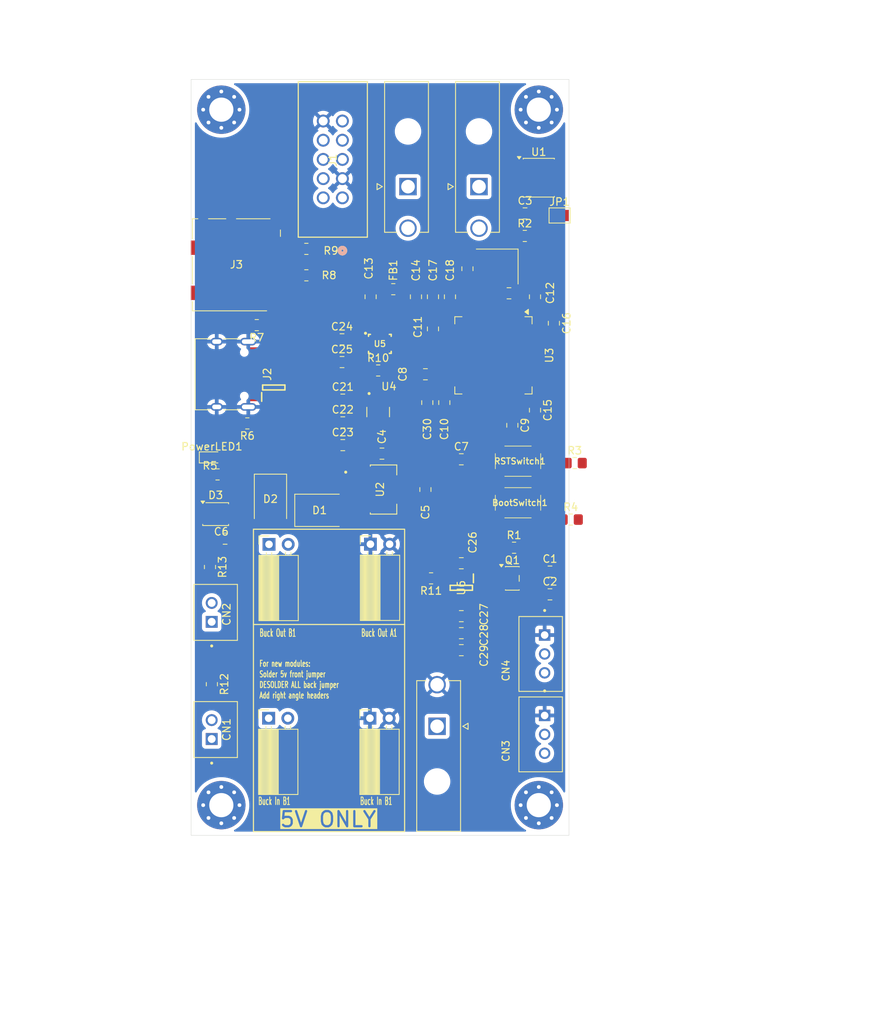
<source format=kicad_pcb>
(kicad_pcb (version 20241229) (generator "pcbnew") (generator_version "9.0")
  (layers (0 "F.Cu" signal) (4 "In1.Cu" signal) (6 "In2.Cu" signal) (2 "B.Cu" signal) (13 "F.Paste" user) (15 "B.Paste" user) (5 "F.SilkS" user "F.Silkscreen") (7 "B.SilkS" user "B.Silkscreen") (1 "F.Mask" user) (3 "B.Mask" user) (25 "Edge.Cuts" user))
  (net 0 "")
  (net 1 "GND")
  (net 2 "+3.3V")
  (net 4 "/MCU/NRST")
  (net 5 "Net-(U3-VCAP_1)")
  (net 6 "Net-(U3-VCAP_2)")
  (net 8 "Net-(D1-K)")
  (net 9 "+5V")
  (net 10 "/MCU/D+")
  (net 11 "Net-(JP1-A)")
  (net 12 "Net-(C7-Pad2)")
  (net 13 "/MCU/BOOT0")
  (net 14 "/MCU/OSC IN")
  (net 15 "/MCU/OSC OUT")
  (net 17 "Net-(U4-CAP)")
  (net 20 "/Servo/<NO NET>")
  (net 21 "/CAN Transciever/CANH")
  (net 23 "/CAN Transciever/CANL")
  (net 30 "/MCU/LimitSwitchCAS")
  (net 31 "/MCU/LimitSwitchRoll")
  (net 33 "/MCU/PWMServo_Roll")
  (net 35 "+BATT")
  (net 36 "/USB5V")
  (net 48 "Net-(J2-CC1)")
  (net 50 "/MCU/VBUS")
  (net 52 "Net-(J2-CC2)")
  (net 53 "/FlashSD/SDMOSI")
  (net 54 "Net-(J3-DAT3{slash}CD)")
  (net 58 "/FlashSD/SDMISO")
  (net 59 "Net-(PowerLED1-A)")
  (net 60 "/MCU/RGB_DATA")
  (net 63 "/MCU/SWDIO")
  (net 64 "Net-(J3-CLK)")
  (net 65 "/MCU/SWCLK")
  (net 66 "/Current Sensor/VoltageADC")
  (net 67 "/FlashSD/SDCLK")
  (net 68 "Net-(U5-CS)")
  (net 69 "/MCU/5Venable")
  (net 72 "/CAN Transciever/CAN_RX_2")
  (net 73 "/CAN Transciever/CAN_TX_2")
  (net 74 "/IMU/IMU_DReady")
  (net 75 "/IMU/IMU_MOSI")
  (net 78 "/IMU/IMU_SCK")
  (net 79 "/Barometer/BarometerSCL")
  (net 82 "/MCU/PWMServo_CAS")
  (net 83 "/Barometer/BarometerSDA")
  (net 85 "/IMU/IMU_MISO")
  (net 97 "+3.3VA")
  (footprint "myFootprints:JST_B2B-XH-A_LF__SN_" (layer "F.Cu") (at 113.25 100.5 -90)
    (property "Reference" "CN2" (at 0.255 -1.45 90) (layer "F.SilkS"))
    (property "Value" "Limit Switch Connector 2")
    (pad "1" thru_hole rect (at 1.25 0.525 270) (size 1.575 1.575) (drill 1.05) (layers "*.Cu" "*.Mask") (net 2 "+3.3V"))
    (pad "2" thru_hole circle (at -1.25 0.525 270) (size 1.575 1.575) (drill 1.05) (layers "*.Cu" "*.Mask") (net 31 "/MCU/LimitSwitchRoll"))
  )
  (footprint "Capacitor_SMD:C_0805_2012Metric_Pad1.18x1.45mm_HandSolder" (layer "F.Cu") (at 141.25 72.75 -90)
    (property "Reference" "C30" (at 3.5 0 90) (layer "F.SilkS"))
    (property "Value" "4.7u")
    (pad "1" smd roundrect (at -1.0375 0 270) (size 1.175 1.45) (layers "F.Cu" "F.Mask" "F.Paste") (roundrect_rratio 0.212766) (net 2 "+3.3V"))
    (pad "2" smd roundrect (at 1.0375 0 270) (size 1.175 1.45) (layers "F.Cu" "F.Mask" "F.Paste") (roundrect_rratio 0.212766) (net 1 "GND"))
  )
  (footprint "myFootprints:MOLEX_26013114" (layer "F.Cu") (at 148.09 44.18 180)
    (property "Reference" "CAN_IN1" (hide yes))
    (property "Value" "CAN")
    (pad "" np_thru_hole circle (at 0 7.3 180) (size 3 3) (drill 3) (layers "*.Cu" "*.Mask"))
    (pad "1" thru_hole rect (at 0 0 180) (size 2.3 2.3) (drill 1.8) (layers "*.Cu") (net 21 "/CAN Transciever/CANH"))
    (pad "2" thru_hole circle (at 0 -5.5 180) (size 2.3 2.3) (drill 1.8) (layers "*.Cu") (net 23 "/CAN Transciever/CANL"))
  )
  (footprint "myFootprints:MOLEX_26013114" (layer "F.Cu") (at 142.55 115.57)
    (property "Reference" "PowerIn1" (hide yes))
    (property "Value" "2 pin Molex")
    (pad "" np_thru_hole circle (at 0 7.3) (size 3 3) (drill 3) (layers "*.Cu" "*.Mask"))
    (pad "1" thru_hole rect (at 0 0) (size 2.3 2.3) (drill 1.8) (layers "*.Cu") (net 35 "+BATT"))
    (pad "2" thru_hole circle (at 0 -5.5) (size 2.3 2.3) (drill 1.8) (layers "*.Cu") (net 1 "GND"))
  )
  (footprint "Capacitor_SMD:C_0805_2012Metric_Pad1.18x1.45mm_HandSolder" (layer "F.Cu") (at 157.48 98.115)
    (property "Reference" "C2" (at 0 -1.68 0) (layer "F.SilkS"))
    (property "Value" "100nf")
    (pad "1" smd roundrect (at -1.0375 0) (size 1.175 1.45) (layers "F.Cu" "F.Mask" "F.Paste") (roundrect_rratio 0.212766) (net 2 "+3.3V"))
    (pad "2" smd roundrect (at 1.0375 0) (size 1.175 1.45) (layers "F.Cu" "F.Mask" "F.Paste") (roundrect_rratio 0.212766) (net 1 "GND"))
  )
  (footprint "Resistor_SMD:R_0805_2012Metric_Pad1.20x1.40mm_HandSolder" (layer "F.Cu") (at 125.25 52.4125 180)
    (property "Reference" "R9" (at -3.25 -0.25 0) (layer "F.SilkS"))
    (property "Value" "10k")
    (pad "1" smd roundrect (at -1 0 180) (size 1.2 1.4) (layers "F.Cu" "F.Mask" "F.Paste") (roundrect_rratio 0.208333) (net 2 "+3.3V"))
    (pad "2" smd roundrect (at 1 0 180) (size 1.2 1.4) (layers "F.Cu" "F.Mask" "F.Paste") (roundrect_rratio 0.208333) (net 54 "Net-(J3-DAT3{slash}CD)"))
  )
  (footprint "Capacitor_SMD:C_0805_2012Metric_Pad1.18x1.45mm_HandSolder" (layer "F.Cu") (at 129.97 67.39)
    (property "Reference" "C25" (at 0 -1.68 0) (layer "F.SilkS"))
    (property "Value" "100nf")
    (pad "1" smd roundrect (at -1.0375 0) (size 1.175 1.45) (layers "F.Cu" "F.Mask" "F.Paste") (roundrect_rratio 0.212766) (net 2 "+3.3V"))
    (pad "2" smd roundrect (at 1.0375 0) (size 1.175 1.45) (layers "F.Cu" "F.Mask" "F.Paste") (roundrect_rratio 0.212766) (net 1 "GND"))
  )
  (footprint "Connector_USB:USB_C_Receptacle_HRO_TYPE-C-31-M-12" (layer "F.Cu") (at 114.44 69 -90)
    (property "Reference" "J2" (at 0 -5.645 90) (layer "F.SilkS"))
    (property "Value" "USB_C_Receptacle")
    (pad "" np_thru_hole circle (at -2.89 -2.6 270) (size 0.65 0.65) (drill 0.65) (layers "*.Cu" "*.Mask"))
    (pad "" np_thru_hole circle (at 2.89 -2.6 270) (size 0.65 0.65) (drill 0.65) (layers "*.Cu" "*.Mask"))
    (pad "A1" smd rect (at -3.25 -4.045 270) (size 0.6 1.45) (layers "F.Cu" "F.Mask" "F.Paste") (net 1 "GND"))
    (pad "A4" smd rect (at -2.45 -4.045 270) (size 0.6 1.45) (layers "F.Cu" "F.Mask" "F.Paste") (net 36 "/USB5V"))
    (pad "A5" smd rect (at -1.25 -4.045 270) (size 0.3 1.45) (layers "F.Cu" "F.Mask" "F.Paste") (net 48 "Net-(J2-CC1)"))
    (pad "A6" smd rect (at -0.25 -4.045 270) (size 0.3 1.45) (layers "F.Cu" "F.Mask" "F.Paste") (net 50 "/MCU/VBUS"))
    (pad "A7" smd rect (at 0.25 -4.045 270) (size 0.3 1.45) (layers "F.Cu" "F.Mask" "F.Paste") (net 10 "/MCU/D+"))
    (pad "A8" smd rect (at 1.25 -4.045 270) (size 0.3 1.45) (layers "F.Cu" "F.Mask" "F.Paste"))
    (pad "A9" smd rect (at 2.45 -4.045 270) (size 0.6 1.45) (layers "F.Cu" "F.Mask" "F.Paste") (net 36 "/USB5V"))
    (pad "A12" smd rect (at 3.25 -4.045 270) (size 0.6 1.45) (layers "F.Cu" "F.Mask" "F.Paste") (net 1 "GND"))
    (pad "B1" smd rect (at 3.25 -4.045 270) (size 0.6 1.45) (layers "F.Cu" "F.Mask" "F.Paste") (net 1 "GND"))
    (pad "B4" smd rect (at 2.45 -4.045 270) (size 0.6 1.45) (layers "F.Cu" "F.Mask" "F.Paste") (net 36 "/USB5V"))
    (pad "B5" smd rect (at 1.75 -4.045 270) (size 0.3 1.45) (layers "F.Cu" "F.Mask" "F.Paste") (net 52 "Net-(J2-CC2)"))
    (pad "B6" smd rect (at 0.75 -4.045 270) (size 0.3 1.45) (layers "F.Cu" "F.Mask" "F.Paste") (net 50 "/MCU/VBUS"))
    (pad "B7" smd rect (at -0.75 -4.045 270) (size 0.3 1.45) (layers "F.Cu" "F.Mask" "F.Paste") (net 10 "/MCU/D+"))
    (pad "B8" smd rect (at -1.75 -4.045 270) (size 0.3 1.45) (layers "F.Cu" "F.Mask" "F.Paste"))
    (pad "B9" smd rect (at -2.45 -4.045 270) (size 0.6 1.45) (layers "F.Cu" "F.Mask" "F.Paste") (net 36 "/USB5V"))
    (pad "B12" smd rect (at -3.25 -4.045 270) (size 0.6 1.45) (layers "F.Cu" "F.Mask" "F.Paste") (net 1 "GND"))
    (pad "S1" thru_hole oval (at -4.32 -3.13 270) (size 1 2.1) (drill oval 0.6 1.7) (property pad_prop_heatsink) (layers "*.Cu" "*.Mask") (net 1 "GND"))
    (pad "S1" thru_hole oval (at -4.32 1.05 270) (size 1 1.6) (drill oval 0.6 1.2) (property pad_prop_heatsink) (layers "*.Cu" "*.Mask") (net 1 "GND"))
    (pad "S1" thru_hole oval (at 4.32 -3.13 270) (size 1 2.1) (drill oval 0.6 1.7) (property pad_prop_heatsink) (layers "*.Cu" "*.Mask") (net 1 "GND"))
    (pad "S1" thru_hole oval (at 4.32 1.05 270) (size 1 1.6) (drill oval 0.6 1.2) (property pad_prop_heatsink) (layers "*.Cu" "*.Mask") (net 1 "GND"))
  )
  (footprint "Capacitor_SMD:C_0805_2012Metric_Pad1.18x1.45mm_HandSolder" (layer "F.Cu") (at 144.25 58.75 -90)
    (property "Reference" "C18" (at -3.5 0 90) (layer "F.SilkS"))
    (property "Value" "100nf")
    (pad "1" smd roundrect (at -1.0375 0 270) (size 1.175 1.45) (layers "F.Cu" "F.Mask" "F.Paste") (roundrect_rratio 0.212766) (net 97 "+3.3VA"))
    (pad "2" smd roundrect (at 1.0375 0 270) (size 1.175 1.45) (layers "F.Cu" "F.Mask" "F.Paste") (roundrect_rratio 0.212766) (net 1 "GND"))
  )
  (footprint "myFootprints:JST_B3B-XH-A" (layer "F.Cu") (at 156.25 116.6375 90)
    (property "Reference" "CN3" (at -2.2 -4.6 90) (layer "F.SilkS") (effects (font (size 0.944882 0.944882))))
    (property "Value" "XY-B3B-XH-A")
    (pad "1" thru_hole rect (at 2.5 0.525 90) (size 1.508 1.508) (drill 1) (layers "*.Cu" "*.Mask") (net 1 "GND"))
    (pad "2" thru_hole circle (at 0 0.525 90) (size 1.508 1.508) (drill 1) (layers "*.Cu" "*.Mask") (net 20 "/Servo/<NO NET>"))
    (pad "3" thru_hole circle (at -2.5 0.525 90) (size 1.508 1.508) (drill 1) (layers "*.Cu" "*.Mask") (net 33 "/MCU/PWMServo_Roll"))
  )
  (footprint "Resistor_SMD:R_0805_2012Metric_Pad1.20x1.40mm_HandSolder" (layer "F.Cu") (at 112.5 94.5 -90)
    (property "Reference" "R13" (at 0 -1.65 90) (layer "F.SilkS"))
    (property "Value" "10k")
    (pad "1" smd roundrect (at -1 0 270) (size 1.2 1.4) (layers "F.Cu" "F.Mask" "F.Paste") (roundrect_rratio 0.208333) (net 1 "GND"))
    (pad "2" smd roundrect (at 1 0 270) (size 1.2 1.4) (layers "F.Cu" "F.Mask" "F.Paste") (roundrect_rratio 0.208333) (net 31 "/MCU/LimitSwitchRoll"))
  )
  (footprint "Resistor_SMD:R_0805_2012Metric_Pad1.20x1.40mm_HandSolder" (layer "F.Cu") (at 152.73 91.945)
    (property "Reference" "R1" (at 0 -1.65 0) (layer "F.SilkS"))
    (property "Value" "150r")
    (pad "1" smd roundrect (at -1 0) (size 1.2 1.4) (layers "F.Cu" "F.Mask" "F.Paste") (roundrect_rratio 0.208333) (net 9 "+5V"))
    (pad "2" smd roundrect (at 1 0) (size 1.2 1.4) (layers "F.Cu" "F.Mask" "F.Paste") (roundrect_rratio 0.208333) (net 9 "+5V"))
  )
  (footprint "Resistor_SMD:R_0805_2012Metric_Pad1.20x1.40mm_HandSolder" (layer "F.Cu") (at 136.75 57.75)
    (property "Reference" "FB1" (at 0 -2.5 90) (layer "F.SilkS"))
    (property "Value" "FerriteBead")
    (pad "1" smd roundrect (at -1 0) (size 1.2 1.4) (layers "F.Cu" "F.Mask" "F.Paste") (roundrect_rratio 0.208333) (net 2 "+3.3V"))
    (pad "2" smd roundrect (at 1 0) (size 1.2 1.4) (layers "F.Cu" "F.Mask" "F.Paste") (roundrect_rratio 0.208333) (net 97 "+3.3VA"))
  )
  (footprint "Resistor_SMD:R_0805_2012Metric_Pad1.20x1.40mm_HandSolder" (layer "F.Cu") (at 118.69 62.5 180)
    (property "Reference" "R7" (at 0 -1.65 0) (layer "F.SilkS"))
    (property "Value" "5.1k")
    (pad "1" smd roundrect (at -1 0 180) (size 1.2 1.4) (layers "F.Cu" "F.Mask" "F.Paste") (roundrect_rratio 0.208333) (net 48 "Net-(J2-CC1)"))
    (pad "2" smd roundrect (at 1 0 180) (size 1.2 1.4) (layers "F.Cu" "F.Mask" "F.Paste") (roundrect_rratio 0.208333) (net 1 "GND"))
  )
  (footprint "Connector_Card:microSD_HC_Molex_104031-0811" (layer "F.Cu") (at 116 54.5 -90)
    (property "Reference" "J3" (at 0 0 180) (layer "F.SilkS"))
    (property "Value" "Micro_SD_Card")
    (pad "1" smd rect (at -3.105 -5.45 270) (size 0.85 1.1) (layers "F.Cu" "F.Mask" "F.Paste"))
    (pad "2" smd rect (at -2.005 -5.45 270) (size 0.85 1.1) (layers "F.Cu" "F.Mask" "F.Paste") (net 54 "Net-(J3-DAT3{slash}CD)"))
    (pad "3" smd rect (at -0.905 -5.45 270) (size 0.85 1.1) (layers "F.Cu" "F.Mask" "F.Paste") (net 58 "/FlashSD/SDMISO"))
    (pad "4" smd rect (at 0.195 -5.45 270) (size 0.85 1.1) (layers "F.Cu" "F.Mask" "F.Paste") (net 2 "+3.3V"))
    (pad "5" smd rect (at 1.295 -5.45 270) (size 0.85 1.1) (layers "F.Cu" "F.Mask" "F.Paste") (net 64 "Net-(J3-CLK)"))
    (pad "6" smd rect (at 2.395 -5.45 270) (size 0.85 1.1) (layers "F.Cu" "F.Mask" "F.Paste") (net 1 "GND"))
    (pad "7" smd rect (at 3.495 -5.45 270) (size 0.85 1.1) (layers "F.Cu" "F.Mask" "F.Paste") (net 53 "/FlashSD/SDMOSI"))
    (pad "8" smd rect (at 4.545 -5.45 270) (size 0.75 1.1) (layers "F.Cu" "F.Mask" "F.Paste"))
    (pad "9" smd rect (at -5.74 0.7 270) (size 1.2 1) (layers "F.Cu" "F.Mask" "F.Paste") (net 1 "GND"))
    (pad "10" smd rect (at -5.74 4.4 270) (size 1.2 1) (layers "F.Cu" "F.Mask" "F.Paste"))
    (pad "11" smd rect (at -5.565 -5.325 270) (size 1.55 1.35) (layers "F.Cu" "F.Mask" "F.Paste"))
    (pad "11" smd rect (at -2.24 5.375 270) (size 1.9 1.35) (layers "F.Cu" "F.Mask" "F.Paste"))
    (pad "11" smd rect (at 3.73 5.375 270) (size 1.9 1.35) (layers "F.Cu" "F.Mask" "F.Paste"))
    (pad "11" smd rect (at 5.755 -5.1 270) (size 1.17 1.8) (layers "F.Cu" "F.Mask" "F.Paste"))
  )
  (footprint "Capacitor_SMD:C_0805_2012Metric_Pad1.18x1.45mm_HandSolder" (layer "F.Cu") (at 114.5 90.75)
    (property "Reference" "C6" (at -0.5 -0.93 0) (layer "F.SilkS"))
    (property "Value" "100nf")
    (pad "1" smd roundrect (at -1.0375 0) (size 1.175 1.45) (layers "F.Cu" "F.Mask" "F.Paste") (roundrect_rratio 0.212766) (net 1 "GND"))
    (pad "2" smd roundrect (at 1.0375 0) (size 1.175 1.45) (layers "F.Cu" "F.Mask" "F.Paste") (roundrect_rratio 0.212766) (net 2 "+3.3V"))
  )
  (footprint "MountingHole:MountingHole_3.2mm_M3_Pad_Via" (layer "F.Cu") (at 156 34)
    (property "Reference" "REF**" (hide yes))
    (property "Value" "MountingHole_3.2mm_M3_Pad_Via" (hide yes))
    (pad "1" thru_hole circle (at -2.4 0) (size 0.8 0.8) (drill 0.5) (layers "*.Cu" "*.Mask"))
    (pad "1" thru_hole circle (at -1.697056 -1.697056) (size 0.8 0.8) (drill 0.5) (layers "*.Cu" "*.Mask"))
    (pad "1" thru_hole circle (at -1.697056 1.697056) (size 0.8 0.8) (drill 0.5) (layers "*.Cu" "*.Mask"))
    (pad "1" thru_hole circle (at 0 -2.4) (size 0.8 0.8) (drill 0.5) (layers "*.Cu" "*.Mask"))
    (pad "1" thru_hole circle (at 0 0) (size 6.4 6.4) (drill 3.2) (layers "*.Cu" "*.Mask"))
    (pad "1" thru_hole circle (at 0 2.4) (size 0.8 0.8) (drill 0.5) (layers "*.Cu" "*.Mask"))
    (pad "1" thru_hole circle (at 1.697056 -1.697056) (size 0.8 0.8) (drill 0.5) (layers "*.Cu" "*.Mask"))
    (pad "1" thru_hole circle (at 1.697056 1.697056) (size 0.8 0.8) (drill 0.5) (layers "*.Cu" "*.Mask"))
    (pad "1" thru_hole circle (at 2.4 0) (size 0.8 0.8) (drill 0.5) (layers "*.Cu" "*.Mask"))
  )
  (footprint "LED_SMD:LED_Kingbright_AAA3528ESGCT" (layer "F.Cu") (at 113.25 87.5)
    (property "Reference" "D3" (at 0 -2.5 0) (layer "F.SilkS"))
    (property "Value" "NeoPixel_THT")
    (pad "1" smd rect (at -1.4 -0.725) (size 1.2 0.9) (layers "F.Cu" "F.Mask" "F.Paste"))
    (pad "2" smd rect (at 1.4 -0.725) (size 1.2 0.9) (layers "F.Cu" "F.Mask" "F.Paste") (net 1 "GND"))
    (pad "3" smd rect (at 1.4 0.725) (size 1.2 0.9) (layers "F.Cu" "F.Mask" "F.Paste") (net 2 "+3.3V"))
    (pad "4" smd rect (at -1.4 0.725) (size 1.2 0.9) (layers "F.Cu" "F.Mask" "F.Paste") (net 60 "/MCU/RGB_DATA"))
  )
  (footprint "myFootprints:SOT95P280X145-6N" (layer "F.Cu") (at 145.75 97.25 -90)
    (property "Reference" "U6" (at 0 0 90) (layer "F.SilkS"))
    (property "Value" "TPS22917DBVR")
    (pad "1" smd rect (at -1.25 -0.95 270) (size 1.15 0.6) (layers "F.Cu" "F.Mask" "F.Paste") (net 9 "+5V"))
    (pad "2" smd rect (at -1.25 0 270) (size 1.15 0.6) (layers "F.Cu" "F.Mask" "F.Paste") (net 1 "GND"))
    (pad "3" smd rect (at -1.25 0.95 270) (size 1.15 0.6) (layers "F.Cu" "F.Mask" "F.Paste") (net 69 "/MCU/5Venable"))
    (pad "4" smd rect (at 1.25 0.95 270) (size 1.15 0.6) (layers "F.Cu" "F.Mask" "F.Paste"))
    (pad "5" smd rect (at 1.25 0 270) (size 1.15 0.6) (layers "F.Cu" "F.Mask" "F.Paste"))
    (pad "6" smd rect (at 1.25 -0.95 270) (size 1.15 0.6) (layers "F.Cu" "F.Mask" "F.Paste") (net 20 "/Servo/<NO NET>"))
  )
  (footprint "myFootprints:SAMZO G4R0015010" (layer "F.Cu") (at 153.25 86)
    (property "Reference" "BootSwitch1" (at 0.25 0 0) (layer "F.SilkS") (effects (font (size 0.8 0.8))))
    (property "Value" "SAMZO G4R0015010")
    (pad "1" smd roundrect (at -3 -1.85) (size 2 1) (layers "F.Cu" "F.Mask" "F.Paste") (roundrect_rratio 0.15) (net 2 "+3.3V"))
    (pad "2" smd roundrect (at 3 -1.85) (size 2 1) (layers "F.Cu" "F.Mask" "F.Paste") (roundrect_rratio 0.15))
    (pad "3" smd roundrect (at -3 1.85) (size 2 1) (layers "F.Cu" "F.Mask" "F.Paste") (roundrect_rratio 0.15))
    (pad "4" smd roundrect (at 3 1.85) (size 2 1) (layers "F.Cu" "F.Mask" "F.Paste") (roundrect_rratio 0.15) (net 13 "/MCU/BOOT0"))
  )
  (footprint "Resistor_SMD:R_0805_2012Metric_Pad1.20x1.40mm_HandSolder" (layer "F.Cu") (at 160.225 88.225)
    (property "Reference" "R4" (at 0 -1.65 0) (layer "F.SilkS"))
    (property "Value" "100k")
    (pad "1" smd roundrect (at -1 0) (size 1.2 1.4) (layers "F.Cu" "F.Mask" "F.Paste") (roundrect_rratio 0.208333) (net 1 "GND"))
    (pad "2" smd roundrect (at 1 0) (size 1.2 1.4) (layers "F.Cu" "F.Mask" "F.Paste") (roundrect_rratio 0.208333) (net 13 "/MCU/BOOT0"))
  )
  (footprint "Capacitor_SMD:C_0805_2012Metric_Pad1.18x1.45mm_HandSolder" (layer "F.Cu") (at 130.07 78.375)
    (property "Reference" "C23" (at 0 -1.68 0) (layer "F.SilkS"))
    (property "Value" "100nf")
    (pad "1" smd roundrect (at -1.0375 0) (size 1.175 1.45) (layers "F.Cu" "F.Mask" "F.Paste") (roundrect_rratio 0.212766) (net 17 "Net-(U4-CAP)"))
    (pad "2" smd roundrect (at 1.0375 0) (size 1.175 1.45) (layers "F.Cu" "F.Mask" "F.Paste") (roundrect_rratio 0.212766) (net 1 "GND"))
  )
  (footprint "Package_QFP:LQFP-64_10x10mm_P0.5mm" (layer "F.Cu") (at 150 66.5 -90)
    (property "Reference" "U3" (at 0 -7.4 90) (layer "F.SilkS"))
    (property "Value" "STM32F405RGT6")
    (pad "1" smd roundrect (at -5.675 -3.75 270) (size 1.55 0.3) (layers "F.Cu" "F.Mask" "F.Paste") (net 2 "+3.3V"))
    (pad "2" smd roundrect (at -5.675 -3.25 270) (size 1.55 0.3) (layers "F.Cu" "F.Mask" "F.Paste"))
    (pad "3" smd roundrect (at -5.675 -2.75 270) (size 1.55 0.3) (layers "F.Cu" "F.Mask" "F.Paste"))
    (pad "4" smd roundrect (at -5.675 -2.25 270) (size 1.55 0.3) (layers "F.Cu" "F.Mask" "F.Paste"))
    (pad "5" smd roundrect (at -5.675 -1.75 270) (size 1.55 0.3) (layers "F.Cu" "F.Mask" "F.Paste") (net 14 "/MCU/OSC IN"))
    (pad "6" smd roundrect (at -5.675 -1.25 270) (size 1.55 0.3) (layers "F.Cu" "F.Mask" "F.Paste") (net 15 "/MCU/OSC OUT"))
    (pad "7" smd roundrect (at -5.675 -0.75 270) (size 1.55 0.3) (layers "F.Cu" "F.Mask" "F.Paste") (net 4 "/MCU/NRST"))
    (pad "8" smd roundrect (at -5.675 -0.25 270) (size 1.55 0.3) (layers "F.Cu" "F.Mask" "F.Paste"))
    (pad "9" smd roundrect (at -5.675 0.25 270) (size 1.55 0.3) (layers "F.Cu" "F.Mask" "F.Paste"))
    (pad "10" smd roundrect (at -5.675 0.75 270) (size 1.55 0.3) (layers "F.Cu" "F.Mask" "F.Paste") (net 58 "/FlashSD/SDMISO"))
    (pad "11" smd roundrect (at -5.675 1.25 270) (size 1.55 0.3) (layers "F.Cu" "F.Mask" "F.Paste") (net 53 "/FlashSD/SDMOSI"))
    (pad "12" smd roundrect (at -5.675 1.75 270) (size 1.55 0.3) (layers "F.Cu" "F.Mask" "F.Paste") (net 1 "GND"))
    (pad "13" smd roundrect (at -5.675 2.25 270) (size 1.55 0.3) (layers "F.Cu" "F.Mask" "F.Paste") (net 97 "+3.3VA"))
    (pad "14" smd roundrect (at -5.675 2.75 270) (size 1.55 0.3) (layers "F.Cu" "F.Mask" "F.Paste"))
    (pad "15" smd roundrect (at -5.675 3.25 270) (size 1.55 0.3) (layers "F.Cu" "F.Mask" "F.Paste"))
    (pad "16" smd roundrect (at -5.675 3.75 270) (size 1.55 0.3) (layers "F.Cu" "F.Mask" "F.Paste"))
    (pad "17" smd roundrect (at -3.75 5.675 270) (size 0.3 1.55) (layers "F.Cu" "F.Mask" "F.Paste") (net 66 "/Current Sensor/VoltageADC"))
    (pad "18" smd roundrect (at -3.25 5.675 270) (size 0.3 1.55) (layers "F.Cu" "F.Mask" "F.Paste") (net 1 "GND"))
    (pad "19" smd roundrect (at -2.75 5.675 270) (size 0.3 1.55) (layers "F.Cu" "F.Mask" "F.Paste") (net 2 "+3.3V"))
    (pad "20" smd roundrect (at -2.25 5.675 270) (size 0.3 1.55) (layers "F.Cu" "F.Mask" "F.Paste") (net 2 "+3.3V"))
    (pad "21" smd roundrect (at -1.75 5.675 270) (size 0.3 1.55) (layers "F.Cu" "F.Mask" "F.Paste") (net 78 "/IMU/IMU_SCK"))
    (pad "22" smd roundrect (at -1.25 5.675 270) (size 0.3 1.55) (layers "F.Cu" "F.Mask" "F.Paste") (net 85 "/IMU/IMU_MISO"))
    (pad "23" smd roundrect (at -0.75 5.675 270) (size 0.3 1.55) (layers "F.Cu" "F.Mask" "F.Paste") (net 75 "/IMU/IMU_MOSI"))
    (pad "24" smd roundrect (at -0.25 5.675 270) (size 0.3 1.55) (layers "F.Cu" "F.Mask" "F.Paste") (net 60 "/MCU/RGB_DATA"))
    (pad "25" smd roundrect (at 0.25 5.675 270) (size 0.3 1.55) (layers "F.Cu" "F.Mask" "F.Paste"))
    (pad "26" smd roundrect (at 0.75 5.675 270) (size 0.3 1.55) (layers "F.Cu" "F.Mask" "F.Paste") (net 33 "/MCU/PWMServo_Roll"))
    (pad "27" smd roundrect (at 1.25 5.675 270) (size 0.3 1.55) (layers "F.Cu" "F.Mask" "F.Paste") (net 82 "/MCU/PWMServo_CAS"))
    (pad "28" smd roundrect (at 1.75 5.675 270) (size 0.3 1.55) (layers "F.Cu" "F.Mask" "F.Paste") (net 69 "/MCU/5Venable"))
    (pad "29" smd roundrect (at 2.25 5.675 270) (size 0.3 1.55) (layers "F.Cu" "F.Mask" "F.Paste") (net 67 "/FlashSD/SDCLK"))
    (pad "30" smd roundrect (at 2.75 5.675 270) (size 0.3 1.55) (layers "F.Cu" "F.Mask" "F.Paste"))
    (pad "31" smd roundrect (at 3.25 5.675 270) (size 0.3 1.55) (layers "F.Cu" "F.Mask" "F.Paste") (net 5 "Net-(U3-VCAP_1)"))
    (pad "32" smd roundrect (at 3.75 5.675 270) (size 0.3 1.55) (layers "F.Cu" "F.Mask" "F.Paste") (net 2 "+3.3V"))
    (pad "33" smd roundrect (at 5.675 3.75 270) (size 1.55 0.3) (layers "F.Cu" "F.Mask" "F.Paste") (net 73 "/CAN Transciever/CAN_TX_2"))
    (pad "34" smd roundrect (at 5.675 3.25 270) (size 1.55 0.3) (layers "F.Cu" "F.Mask" "F.Paste") (net 72 "/CAN Transciever/CAN_RX_2"))
    (pad "35" smd roundrect (at 5.675 2.75 270) (size 1.55 0.3) (layers "F.Cu" "F.Mask" "F.Paste"))
    (pad "36" smd roundrect (at 5.675 2.25 270) (size 1.55 0.3) (layers "F.Cu" "F.Mask" "F.Paste"))
    (pad "37" smd roundrect (at 5.675 1.75 270) (size 1.55 0.3) (layers "F.Cu" "F.Mask" "F.Paste"))
    (pad "38" smd roundrect (at 5.675 1.25 270) (size 1.55 0.3) (layers "F.Cu" "F.Mask" "F.Paste"))
    (pad "39" smd roundrect (at 5.675 0.75 270) (size 1.55 0.3) (layers "F.Cu" "F.Mask" "F.Paste"))
    (pad "40" smd roundrect (at 5.675 0.25 270) (size 1.55 0.3) (layers "F.Cu" "F.Mask" "F.Paste"))
    (pad "41" smd roundrect (at 5.675 -0.25 270) (size 1.55 0.3) (layers "F.Cu" "F.Mask" "F.Paste"))
    (pad "42" smd roundrect (at 5.675 -0.75 270) (size 1.55 0.3) (layers "F.Cu" "F.Mask" "F.Paste") (net 50 "/MCU/VBUS"))
    (pad "43" smd roundrect (at 5.675 -1.25 270) (size 1.55 0.3) (layers "F.Cu" "F.Mask" "F.Paste"))
    (pad "44" smd roundrect (at 5.675 -1.75 270) (size 1.55 0.3) (layers "F.Cu" "F.Mask" "F.Paste") (net 36 "/USB5V"))
    (pad "45" smd roundrect (at 5.675 -2.25 270) (size 1.55 0.3) (layers "F.Cu" "F.Mask" "F.Paste") (net 10 "/MCU/D+"))
    (pad "46" smd roundrect (at 5.675 -2.75 270) (size 1.55 0.3) (layers "F.Cu" "F.Mask" "F.Paste") (net 63 "/MCU/SWDIO"))
    (pad "47" smd roundrect (at 5.675 -3.25 270) (size 1.55 0.3) (layers "F.Cu" "F.Mask" "F.Paste") (net 6 "Net-(U3-VCAP_2)"))
    (pad "48" smd roundrect (at 5.675 -3.75 270) (size 1.55 0.3) (layers "F.Cu" "F.Mask" "F.Paste") (net 2 "+3.3V"))
    (pad "49" smd roundrect (at 3.75 -5.675 270) (size 0.3 1.55) (layers "F.Cu" "F.Mask" "F.Paste") (net 65 "/MCU/SWCLK"))
    (pad "50" smd roundrect (at 3.25 -5.675 270) (size 0.3 1.55) (layers "F.Cu" "F.Mask" "F.Paste"))
    (pad "51" smd roundrect (at 2.75 -5.675 270) (size 0.3 1.55) (layers "F.Cu" "F.Mask" "F.Paste"))
    (pad "52" smd roundrect (at 2.25 -5.675 270) (size 0.3 1.55) (layers "F.Cu" "F.Mask" "F.Paste"))
    (pad "53" smd roundrect (at 1.75 -5.675 270) (size 0.3 1.55) (layers "F.Cu" "F.Mask" "F.Paste"))
    (pad "54" smd roundrect (at 1.25 -5.675 270) (size 0.3 1.55) (layers "F.Cu" "F.Mask" "F.Paste"))
    (pad "55" smd roundrect (at 0.75 -5.675 270) (size 0.3 1.55) (layers "F.Cu" "F.Mask" "F.Paste") (net 74 "/IMU/IMU_DReady"))
    (pad "56" smd roundrect (at 0.25 -5.675 270) (size 0.3 1.55) (layers "F.Cu" "F.Mask" "F.Paste") (net 30 "/MCU/LimitSwitchCAS"))
    (pad "57" smd roundrect (at -0.25 -5.675 270) (size 0.3 1.55) (layers "F.Cu" "F.Mask" "F.Paste") (net 31 "/MCU/LimitSwitchRoll"))
    (pad "58" smd roundrect (at -0.75 -5.675 270) (size 0.3 1.55) (layers "F.Cu" "F.Mask" "F.Paste") (net 79 "/Barometer/BarometerSCL"))
    (pad "59" smd roundrect (at -1.25 -5.675 270) (size 0.3 1.55) (layers "F.Cu" "F.Mask" "F.Paste") (net 83 "/Barometer/BarometerSDA"))
    (pad "60" smd roundrect (at -1.75 -5.675 270) (size 0.3 1.55) (layers "F.Cu" "F.Mask" "F.Paste") (net 13 "/MCU/BOOT0"))
    (pad "61" smd roundrect (at -2.25 -5.675 270) (size 0.3 1.55) (layers "F.Cu" "F.Mask" "F.Paste"))
    (pad "62" smd roundrect (at -2.75 -5.675 270) (size 0.3 1.55) (layers "F.Cu" "F.Mask" "F.Paste"))
    (pad "63" smd roundrect (at -3.25 -5.675 270) (size 0.3 1.55) (layers "F.Cu" "F.Mask" "F.Paste") (net 1 "GND"))
    (pad "64" smd roundrect (at -3.75 -5.675 270) (size 0.3 1.55) (layers "F.Cu" "F.Mask" "F.Paste") (net 2 "+3.3V"))
  )
  (footprint "Capacitor_SMD:C_0805_2012Metric_Pad1.18x1.45mm_HandSolder" (layer "F.Cu") (at 155.5 73.75 -90)
    (property "Reference" "C15" (at 0 -1.68 90) (layer "F.SilkS"))
    (property "Value" "100nf")
    (pad "1" smd roundrect (at -1.0375 0 270) (size 1.175 1.45) (layers "F.Cu" "F.Mask" "F.Paste") (roundrect_rratio 0.212766) (net 2 "+3.3V"))
    (pad "2" smd roundrect (at 1.0375 0 270) (size 1.175 1.45) (layers "F.Cu" "F.Mask" "F.Paste") (roundrect_rratio 0.212766) (net 1 "GND"))
  )
  (footprint "Capacitor_SMD:C_0805_2012Metric_Pad1.18x1.45mm_HandSolder" (layer "F.Cu") (at 145.75 94 180)
    (property "Reference" "C26" (at -1.5 2.75 90) (layer "F.SilkS"))
    (property "Value" "1uf")
    (pad "1" smd roundrect (at -1.0375 0 180) (size 1.175 1.45) (layers "F.Cu" "F.Mask" "F.Paste") (roundrect_rratio 0.212766) (net 9 "+5V"))
    (pad "2" smd roundrect (at 1.0375 0 180) (size 1.175 1.45) (layers "F.Cu" "F.Mask" "F.Paste") (roundrect_rratio 0.212766) (net 1 "GND"))
  )
  (footprint "myFootprints:MOLEX_26013114" (layer "F.Cu") (at 138.7 44.18 180)
    (property "Reference" "CAN_OUT1" (hide yes))
    (property "Value" "CAN")
    (pad "" np_thru_hole circle (at 0 7.3 180) (size 3 3) (drill 3) (layers "*.Cu" "*.Mask"))
    (pad "1" thru_hole rect (at 0 0 180) (size 2.3 2.3) (drill 1.8) (layers "*.Cu") (net 21 "/CAN Transciever/CANH"))
    (pad "2" thru_hole circle (at 0 -5.5 180) (size 2.3 2.3) (drill 1.8) (layers "*.Cu") (net 23 "/CAN Transciever/CANL"))
  )
  (footprint "Resistor_SMD:R_0805_2012Metric_Pad1.20x1.40mm_HandSolder" (layer "F.Cu") (at 117.44 75.5 180)
    (property "Reference" "R6" (at 0 -1.65 0) (layer "F.SilkS"))
    (property "Value" "5.1k")
    (pad "1" smd roundrect (at -1 0 180) (size 1.2 1.4) (layers "F.Cu" "F.Mask" "F.Paste") (roundrect_rratio 0.208333) (net 52 "Net-(J2-CC2)"))
    (pad "2" smd roundrect (at 1 0 180) (size 1.2 1.4) (layers "F.Cu" "F.Mask" "F.Paste") (roundrect_rratio 0.208333) (net 1 "GND"))
  )
  (footprint "Capacitor_SMD:C_0805_2012Metric_Pad1.18x1.45mm_HandSolder" (layer "F.Cu") (at 155.5 58.75 90)
    (property "Reference" "C12" (at 0.5 2 90) (layer "F.SilkS"))
    (property "Value" "100nf")
    (pad "1" smd roundrect (at -1.0375 0 90) (size 1.175 1.45) (layers "F.Cu" "F.Mask" "F.Paste") (roundrect_rratio 0.212766) (net 2 "+3.3V"))
    (pad "2" smd roundrect (at 1.0375 0 90) (size 1.175 1.45) (layers "F.Cu" "F.Mask" "F.Paste") (roundrect_rratio 0.212766) (net 1 "GND"))
  )
  (footprint "Connector_PinSocket_2.54mm:PinSocket_1x02_P2.54mm_Horizontal" (layer "F.Cu") (at 133.66 114.5 90)
    (property "Reference" "J_BUCK_IN_A1" (hide yes))
    (property "Value" "~" (hide yes))
    (pad "1" thru_hole rect (at 0 0 90) (size 1.7 1.7) (drill 1) (layers "*.Cu" "*.Mask") (net 1 "GND"))
    (pad "2" thru_hole circle (at 0 2.54 90) (size 1.7 1.7) (drill 1) (layers "*.Cu" "*.Mask") (net 1 "GND"))
  )
  (footprint "Capacitor_SMD:C_0805_2012Metric_Pad1.18x1.45mm_HandSolder" (layer "F.Cu") (at 152.06 58.29)
    (property "Reference" "C19" (hide yes))
    (property "Value" "18p")
    (pad "1" smd roundrect (at -1.0375 0) (size 1.175 1.45) (layers "F.Cu" "F.Mask" "F.Paste") (roundrect_rratio 0.212766) (net 14 "/MCU/OSC IN"))
    (pad "2" smd roundrect (at 1.0375 0) (size 1.175 1.45) (layers "F.Cu" "F.Mask" "F.Paste") (roundrect_rratio 0.212766) (net 1 "GND"))
  )
  (footprint "myFootprints:JST_B3B-XH-A" (layer "F.Cu") (at 156.25 106 90)
    (property "Reference" "CN4" (at -2.2 -4.6 90) (layer "F.SilkS") (effects (font (size 0.944882 0.944882))))
    (property "Value" "XY-B3B-XH-A")
    (pad "1" thru_hole rect (at 2.5 0.525 90) (size 1.508 1.508) (drill 1) (layers "*.Cu" "*.Mask") (net 1 "GND"))
    (pad "2" thru_hole circle (at 0 0.525 90) (size 1.508 1.508) (drill 1) (layers "*.Cu" "*.Mask") (net 20 "/Servo/<NO NET>"))
    (pad "3" thru_hole circle (at -2.5 0.525 90) (size 1.508 1.508) (drill 1) (layers "*.Cu" "*.Mask") (net 82 "/MCU/PWMServo_CAS"))
  )
  (footprint "Capacitor_SMD:C_0805_2012Metric_Pad1.18x1.45mm_HandSolder" (layer "F.Cu") (at 152.5 75.75 -90)
    (property "Reference" "C9" (at 0 -1.68 90) (layer "F.SilkS"))
    (property "Value" "2.2u")
    (pad "1" smd roundrect (at -1.0375 0 270) (size 1.175 1.45) (layers "F.Cu" "F.Mask" "F.Paste") (roundrect_rratio 0.212766) (net 6 "Net-(U3-VCAP_2)"))
    (pad "2" smd roundrect (at 1.0375 0 270) (size 1.175 1.45) (layers "F.Cu" "F.Mask" "F.Paste") (roundrect_rratio 0.212766) (net 1 "GND"))
  )
  (footprint "Capacitor_SMD:C_0805_2012Metric_Pad1.18x1.45mm_HandSolder" (layer "F.Cu") (at 142 63 90)
    (property "Reference" "C11" (at 0.25 -2 90) (layer "F.SilkS"))
    (property "Value" "100nf")
    (pad "1" smd roundrect (at -1.0375 0 90) (size 1.175 1.45) (layers "F.Cu" "F.Mask" "F.Paste") (roundrect_rratio 0.212766) (net 2 "+3.3V"))
    (pad "2" smd roundrect (at 1.0375 0 90) (size 1.175 1.45) (layers "F.Cu" "F.Mask" "F.Paste") (roundrect_rratio 0.212766) (net 1 "GND"))
  )
  (footprint "myFootprints:JST_B2B-XH-A_LF__SN_" (layer "F.Cu") (at 113.25 116 -90)
    (property "Reference" "CN1" (at 0.005 -1.45 90) (layer "F.SilkS"))
    (property "Value" "Limit Switch Connector 1")
    (pad "1" thru_hole rect (at 1.25 0.525 270) (size 1.575 1.575) (drill 1.05) (layers "*.Cu" "*.Mask") (net 2 "+3.3V"))
    (pad "2" thru_hole circle (at -1.25 0.525 270) (size 1.575 1.575) (drill 1.05) (layers "*.Cu" "*.Mask") (net 30 "/MCU/LimitSwitchCAS"))
  )
  (footprint "Connector_PinSocket_2.54mm:PinSocket_1x02_P2.54mm_Horizontal" (layer "F.Cu") (at 120.26 114.5 90)
    (property "Reference" "J_BUCK_IN_B1" (hide yes))
    (property "Value" "~" (hide yes))
    (pad "1" thru_hole rect (at 0 0 90) (size 1.7 1.7) (drill 1) (layers "*.Cu" "*.Mask") (net 35 "+BATT"))
    (pad "2" thru_hole circle (at 0 2.54 90) (size 1.7 1.7) (drill 1) (layers "*.Cu" "*.Mask") (net 35 "+BATT"))
  )
  (footprint "myFootprints:SAMZO G4R0015010" (layer "F.Cu") (at 153.25 80.5)
    (property "Reference" "RSTSwitch1" (at 0.25 0 0) (layer "F.SilkS") (effects (font (size 0.8 0.8))))
    (property "Value" "SAMZO G4R0015010")
    (pad "1" smd roundrect (at -3 -1.85) (size 2 1) (layers "F.Cu" "F.Mask" "F.Paste") (roundrect_rratio 0.15))
    (pad "2" smd roundrect (at 3 -1.85) (size 2 1) (layers "F.Cu" "F.Mask" "F.Paste") (roundrect_rratio 0.15) (net 12 "Net-(C7-Pad2)"))
    (pad "3" smd roundrect (at -3 1.85) (size 2 1) (layers "F.Cu" "F.Mask" "F.Paste") (roundrect_rratio 0.15) (net 1 "GND"))
    (pad "4" smd roundrect (at 3 1.85) (size 2 1) (layers "F.Cu" "F.Mask" "F.Paste") (roundrect_rratio 0.15))
  )
  (footprint "myFootprints:PSON80P300X300X100-8N" (layer "F.Cu") (at 134.75 74)
    (property "Reference" "U4" (at 1.425 -3.385 0) (layer "F.SilkS"))
    (property "Value" "MPL3115A2R1")
    (pad "1" smd roundrect (at -1.2 -1.2) (size 0.5 0.5) (layers "F.Cu" "F.Mask" "F.Paste") (roundrect_rratio 0.125) (net 2 "+3.3V"))
    (pad "2" smd roundrect (at -0.4 -1.2) (size 0.5 0.5) (layers "F.Cu" "F.Mask" "F.Paste") (roundrect_rratio 0.125) (net 17 "Net-(U4-CAP)"))
    (pad "3" smd roundrect (at 0.4 -1.2) (size 0.5 0.5) (layers "F.Cu" "F.Mask" "F.Paste") (roundrect_rratio 0.125) (net 1 "GND"))
    (pad "4" smd roundrect (at 1.2 -1.2) (size 0.5 0.5) (layers "F.Cu" "F.Mask" "F.Paste") (roundrect_rratio 0.125) (net 2 "+3.3V"))
    (pad "5" smd roundrect (at 1.22 1.2) (size 0.5 0.5) (layers "F.Cu" "F.Mask" "F.Paste") (roundrect_rratio 0.125))
    (pad "6" smd roundrect (at 0.4 1.2) (size 0.5 0.5) (layers "F.Cu" "F.Mask" "F.Paste") (roundrect_rratio 0.125))
    (pad "7" smd roundrect (at -0.4 1.2) (size 0.5 0.5) (layers "F.Cu" "F.Mask" "F.Paste") (roundrect_rratio 0.125) (net 83 "/Barometer/BarometerSDA"))
    (pad "8" smd roundrect (at -1.2 1.2) (size 0.5 0.5) (layers "F.Cu" "F.Mask" "F.Paste") (roundrect_rratio 0.125) (net 79 "/Barometer/BarometerSCL"))
  )
  (footprint "MountingHole:MountingHole_3.2mm_M3_Pad_Via" (layer "F.Cu") (at 114 34)
    (property "Reference" "REF**" (hide yes))
    (property "Value" "MountingHole_3.2mm_M3_Pad_Via" (hide yes))
    (pad "1" thru_hole circle (at -2.4 0) (size 0.8 0.8) (drill 0.5) (layers "*.Cu" "*.Mask"))
    (pad "1" thru_hole circle (at -1.697056 -1.697056) (size 0.8 0.8) (drill 0.5) (layers "*.Cu" "*.Mask"))
    (pad "1" thru_hole circle (at -1.697056 1.697056) (size 0.8 0.8) (drill 0.5) (layers "*.Cu" "*.Mask"))
    (pad "1" thru_hole circle (at 0 -2.4) (size 0.8 0.8) (drill 0.5) (layers "*.Cu" "*.Mask"))
    (pad "1" thru_hole circle (at 0 0) (size 6.4 6.4) (drill 3.2) (layers "*.Cu" "*.Mask"))
    (pad "1" thru_hole circle (at 0 2.4) (size 0.8 0.8) (drill 0.5) (layers "*.Cu" "*.Mask"))
    (pad "1" thru_hole circle (at 1.697056 -1.697056) (size 0.8 0.8) (drill 0.5) (layers "*.Cu" "*.Mask"))
    (pad "1" thru_hole circle (at 1.697056 1.697056) (size 0.8 0.8) (drill 0.5) (layers "*.Cu" "*.Mask"))
    (pad "1" thru_hole circle (at 2.4 0) (size 0.8 0.8) (drill 0.5) (layers "*.Cu" "*.Mask"))
  )
  (footprint "Diode_SMD:D_2114_3652Metric" (layer "F.Cu") (at 127 87)
    (property "Reference" "D1" (at 0 0 0) (layer "F.SilkS"))
    (property "Value" "D_Schottky")
    (pad "1" smd roundrect (at -2.1875 0) (size 1.675 3.75) (layers "F.Cu" "F.Mask" "F.Paste") (roundrect_rratio 0.149254) (net 8 "Net-(D1-K)"))
    (pad "2" smd roundrect (at 2.1875 0) (size 1.675 3.75) (layers "F.Cu" "F.Mask" "F.Paste") (roundrect_rratio 0.149254) (net 35 "+BATT"))
  )
  (footprint "Capacitor_SMD:C_0805_2012Metric_Pad1.18x1.45mm_HandSolder" (layer "F.Cu") (at 142 58.75 -90)
    (property "Reference" "C17" (at -3.5 0 90) (layer "F.SilkS"))
    (property "Value" "1u")
    (pad "1" smd roundrect (at -1.0375 0 270) (size 1.175 1.45) (layers "F.Cu" "F.Mask" "F.Paste") (roundrect_rratio 0.212766) (net 97 "+3.3VA"))
    (pad "2" smd roundrect (at 1.0375 0 270) (size 1.175 1.45) (layers "F.Cu" "F.Mask" "F.Paste") (roundrect_rratio 0.212766) (net 1 "GND"))
  )
  (footprint "Capacitor_SMD:C_0805_2012Metric_Pad1.18x1.45mm_HandSolder" (layer "F.Cu") (at 143.5 72.75 -90)
    (property "Reference" "C10" (at 3.5 0 90) (layer "F.SilkS"))
    (property "Value" "100nf")
    (pad "1" smd roundrect (at -1.0375 0 270) (size 1.175 1.45) (layers "F.Cu" "F.Mask" "F.Paste") (roundrect_rratio 0.212766) (net 2 "+3.3V"))
    (pad "2" smd roundrect (at 1.0375 0 270) (size 1.175 1.45) (layers "F.Cu" "F.Mask" "F.Paste") (roundrect_rratio 0.212766) (net 1 "GND"))
  )
  (footprint "Capacitor_SMD:C_0805_2012Metric_Pad1.18x1.45mm_HandSolder" (layer "F.Cu") (at 145.75 103.25 180)
    (property "Reference" "C28" (at -3 -0.25 90) (layer "F.SilkS"))
    (property "Value" "1uf")
    (pad "1" smd roundrect (at -1.0375 0 180) (size 1.175 1.45) (layers "F.Cu" "F.Mask" "F.Paste") (roundrect_rratio 0.212766) (net 20 "/Servo/<NO NET>"))
    (pad "2" smd roundrect (at 1.0375 0 180) (size 1.175 1.45) (layers "F.Cu" "F.Mask" "F.Paste") (roundrect_rratio 0.212766) (net 1 "GND"))
  )
  (footprint "MountingHole:MountingHole_3.2mm_M3_Pad_Via" (layer "F.Cu") (at 156 126)
    (property "Reference" "REF**" (hide yes))
    (property "Value" "MountingHole_3.2mm_M3_Pad_Via" (hide yes))
    (pad "1" thru_hole circle (at -2.4 0) (size 0.8 0.8) (drill 0.5) (layers "*.Cu" "*.Mask"))
    (pad "1" thru_hole circle (at -1.697056 -1.697056) (size 0.8 0.8) (drill 0.5) (layers "*.Cu" "*.Mask"))
    (pad "1" thru_hole circle (at -1.697056 1.697056) (size 0.8 0.8) (drill 0.5) (layers "*.Cu" "*.Mask"))
    (pad "1" thru_hole circle (at 0 -2.4) (size 0.8 0.8) (drill 0.5) (layers "*.Cu" "*.Mask"))
    (pad "1" thru_hole circle (at 0 0) (size 6.4 6.4) (drill 3.2) (layers "*.Cu" "*.Mask"))
    (pad "1" thru_hole circle (at 0 2.4) (size 0.8 0.8) (drill 0.5) (layers "*.Cu" "*.Mask"))
    (pad "1" thru_hole circle (at 1.697056 -1.697056) (size 0.8 0.8) (drill 0.5) (layers "*.Cu" "*.Mask"))
    (pad "1" thru_hole circle (at 1.697056 1.697056) (size 0.8 0.8) (drill 0.5) (layers "*.Cu" "*.Mask"))
    (pad "1" thru_hole circle (at 2.4 0) (size 0.8 0.8) (drill 0.5) (layers "*.Cu" "*.Mask"))
  )
  (footprint "Resistor_SMD:R_0805_2012Metric_Pad1.20x1.40mm_HandSolder" (layer "F.Cu") (at 134.75 68.5)
    (property "Reference" "R10" (at 0 -1.65 0) (layer "F.SilkS"))
    (property "Value" "10k")
    (pad "1" smd roundrect (at -1 0) (size 1.2 1.4) (layers "F.Cu" "F.Mask" "F.Paste") (roundrect_rratio 0.208333) (net 2 "+3.3V"))
    (pad "2" smd roundrect (at 1 0) (size 1.2 1.4) (layers "F.Cu" "F.Mask" "F.Paste") (roundrect_rratio 0.208333) (net 68 "Net-(U5-CS)"))
  )
  (footprint "Jumper:SolderJumper-2_P1.3mm_Open_TrianglePad1.0x1.5mm" (layer "F.Cu") (at 158.76 47.995)
    (property "Reference" "JP1" (at 0 -1.8 0) (layer "F.SilkS"))
    (property "Value" "SolderJumper_2_Open")
    (pad "1" smd custom (at -0.725 0) (size 0.3 0.3) (layers "F.Cu" "F.Mask") (net 11 "Net-(JP1-A)") (options (clearance outline) (anchor rect)) (primitives (gr_poly (pts (xy 1 0) (xy 0.5 0.75) (xy -0.5 0.75) (xy -0.5 -0.75) (xy 0.5 -0.75)) (width 0) (fill yes))))
    (pad "2" smd custom (at 0.725 0) (size 0.3 0.3) (layers "F.Cu" "F.Mask") (net 23 "/CAN Transciever/CANL") (options (clearance outline) (anchor rect)) (primitives (gr_poly (pts (xy 0.5 0.75) (xy -0.65 0.75) (xy -0.15 0) (xy -0.65 -0.75) (xy 0.5 -0.75)) (width 0) (fill yes))))
  )
  (footprint "Diode_SMD:D_2114_3652Metric" (layer "F.Cu") (at 120.5 85.5 -90)
    (property "Reference" "D2" (at 0 0 0) (layer "F.SilkS"))
    (property "Value" "D_Schottky")
    (pad "1" smd roundrect (at -2.1875 0 270) (size 1.675 3.75) (layers "F.Cu" "F.Mask" "F.Paste") (roundrect_rratio 0.149254) (net 8 "Net-(D1-K)"))
    (pad "2" smd roundrect (at 2.1875 0 270) (size 1.675 3.75) (layers "F.Cu" "F.Mask" "F.Paste") (roundrect_rratio 0.149254) (net 36 "/USB5V"))
  )
  (footprint "Resistor_SMD:R_0805_2012Metric_Pad1.20x1.40mm_HandSolder" (layer "F.Cu") (at 112.75 110 -90)
    (property "Reference" "R12" (at 0 -1.65 90) (layer "F.SilkS"))
    (property "Value" "10k")
    (pad "1" smd roundrect (at -1 0 270) (size 1.2 1.4) (layers "F.Cu" "F.Mask" "F.Paste") (roundrect_rratio 0.208333) (net 1 "GND"))
    (pad "2" smd roundrect (at 1 0 270) (size 1.2 1.4) (layers "F.Cu" "F.Mask" "F.Paste") (roundrect_rratio 0.208333) (net 30 "/MCU/LimitSwitchCAS"))
  )
  (footprint "MountingHole:MountingHole_3.2mm_M3_Pad_Via" (layer "F.Cu") (at 114 126)
    (property "Reference" "REF**" (hide yes))
    (property "Value" "MountingHole_3.2mm_M3_Pad_Via" (hide yes))
    (pad "1" thru_hole circle (at -2.4 0) (size 0.8 0.8) (drill 0.5) (layers "*.Cu" "*.Mask"))
    (pad "1" thru_hole circle (at -1.697056 -1.697056) (size 0.8 0.8) (drill 0.5) (layers "*.Cu" "*.Mask"))
    (pad "1" thru_hole circle (at -1.697056 1.697056) (size 0.8 0.8) (drill 0.5) (layers "*.Cu" "*.Mask"))
    (pad "1" thru_hole circle (at 0 -2.4) (size 0.8 0.8) (drill 0.5) (layers "*.Cu" "*.Mask"))
    (pad "1" thru_hole circle (at 0 0) (size 6.4 6.4) (drill 3.2) (layers "*.Cu" "*.Mask"))
    (pad "1" thru_hole circle (at 0 2.4) (size 0.8 0.8) (drill 0.5) (layers "*.Cu" "*.Mask"))
    (pad "1" thru_hole circle (at 1.697056 -1.697056) (size 0.8 0.8) (drill 0.5) (layers "*.Cu" "*.Mask"))
    (pad "1" thru_hole circle (at 1.697056 1.697056) (size 0.8 0.8) (drill 0.5) (layers "*.Cu" "*.Mask"))
    (pad "1" thru_hole circle (at 2.4 0) (size 0.8 0.8) (drill 0.5) (layers "*.Cu" "*.Mask"))
  )
  (footprint "Capacitor_SMD:C_0805_2012Metric_Pad1.18x1.45mm_HandSolder" (layer "F.Cu") (at 145.75 101 180)
    (property "Reference" "C27" (at -3 0.25 90) (layer "F.SilkS"))
    (property "Value" "100nf")
    (pad "1" smd roundrect (at -1.0375 0 180) (size 1.175 1.45) (layers "F.Cu" "F.Mask" "F.Paste") (roundrect_rratio 0.212766) (net 20 "/Servo/<NO NET>"))
    (pad "2" smd roundrect (at 1.0375 0 180) (size 1.175 1.45) (layers "F.Cu" "F.Mask" "F.Paste") (roundrect_rratio 0.212766) (net 1 "GND"))
  )
  (footprint "Capacitor_SMD:C_0805_2012Metric_Pad1.18x1.45mm_HandSolder" (layer "F.Cu") (at 129.97 64.38)
    (property "Reference" "C24" (at 0 -1.68 0) (layer "F.SilkS"))
    (property "Value" "100nf")
    (pad "1" smd roundrect (at -1.0375 0) (size 1.175 1.45) (layers "F.Cu" "F.Mask" "F.Paste") (roundrect_rratio 0.212766) (net 2 "+3.3V"))
    (pad "2" smd roundrect (at 1.0375 0) (size 1.175 1.45) (layers "F.Cu" "F.Mask" "F.Paste") (roundrect_rratio 0.212766) (net 1 "GND"))
  )
  (footprint "LED_SMD:LED_0603_1608Metric_Pad1.05x0.95mm_HandSolder" (layer "F.Cu") (at 112.75 80)
    (property "Reference" "PowerLED1" (at 0 -1.43 0) (layer "F.SilkS"))
    (property "Value" "RLED")
    (pad "1" smd roundrect (at -0.875 0) (size 1.05 0.95) (layers "F.Cu" "F.Mask" "F.Paste") (net 1 "GND"))
    (pad "2" smd roundrect (at 0.875 0) (size 1.05 0.95) (layers "F.Cu" "F.Mask" "F.Paste") (net 59 "Net-(PowerLED1-A)"))
  )
  (footprint "Resistor_SMD:R_0805_2012Metric_Pad1.20x1.40mm_HandSolder" (layer "F.Cu") (at 113.5 82.25)
    (property "Reference" "R5" (at -1 -1.15 0) (layer "F.SilkS"))
    (property "Value" "1k")
    (pad "1" smd roundrect (at -1 0) (size 1.2 1.4) (layers "F.Cu" "F.Mask" "F.Paste") (roundrect_rratio 0.208333) (net 59 "Net-(PowerLED1-A)"))
    (pad "2" smd roundrect (at 1 0) (size 1.2 1.4) (layers "F.Cu" "F.Mask" "F.Paste") (roundrect_rratio 0.208333) (net 2 "+3.3V"))
  )
  (footprint "Capacitor_SMD:C_0805_2012Metric_Pad1.18x1.45mm_HandSolder" (layer "F.Cu") (at 133.75 58.75 90)
    (property "Reference" "C13" (at 3.75 -0.25 90) (layer "F.SilkS"))
    (property "Value" "1u")
    (pad "1" smd roundrect (at -1.0375 0 90) (size 1.175 1.45) (layers "F.Cu" "F.Mask" "F.Paste") (roundrect_rratio 0.212766) (net 1 "GND"))
    (pad "2" smd roundrect (at 1.0375 0 90) (size 1.175 1.45) (layers "F.Cu" "F.Mask" "F.Paste") (roundrect_rratio 0.212766) (net 2 "+3.3V"))
  )
  (footprint "myFootprints:CONN_7024610XX_MOL" (layer "F.Cu") (at 130.02 45.6616 90)
    (property "Reference" "J1" (at 4.9784 -1.27 90) (layer "F.SilkS"))
    (property "Value" "Microsemi_FlashPro-JTAG-10")
    (pad "1" thru_hole circle (at 0 0 90) (size 1.7018 1.7018) (drill 1.1938) (layers "*.Cu" "*.Mask") (net 65 "/MCU/SWCLK"))
    (pad "2" thru_hole circle (at 2.54 0 90) (size 1.7018 1.7018) (drill 1.1938) (layers "*.Cu" "*.Mask") (net 1 "GND"))
    (pad "3" thru_hole circle (at 5.08 0 90) (size 1.7018 1.7018) (drill 1.1938) (layers "*.Cu" "*.Mask"))
    (pad "4" thru_hole circle (at 7.62 0 90) (size 1.7018 1.7018) (drill 1.1938) (layers "*.Cu" "*.Mask"))
    (pad "5" thru_hole circle (at 10.16 0 90) (size 1.7018 1.7018) (drill 1.1938) (layers "*.Cu" "*.Mask") (net 63 "/MCU/SWDIO"))
    (pad "6" thru_hole circle (at 0 -2.54 90) (size 1.7018 1.7018) (drill 1.1938) (layers "*.Cu" "*.Mask") (net 2 "+3.3V"))
    (pad "7" thru_hole circle (at 2.54 -2.54 90) (size 1.7018 1.7018) (drill 1.1938) (layers "*.Cu" "*.Mask"))
    (pad "8" thru_hole circle (at 5.08 -2.54 90) (size 1.7018 1.7018) (drill 1.1938) (layers "*.Cu" "*.Mask") (net 4 "/MCU/NRST"))
    (pad "9" thru_hole circle (at 7.62 -2.54 90) (size 1.7018 1.7018) (drill 1.1938) (layers "*.Cu" "*.Mask"))
    (pad "10" thru_hole circle (at 10.16 -2.54 90) (size 1.7018 1.7018) (drill 1.1938) (layers "*.Cu" "*.Mask") (net 1 "GND"))
  )
  (footprint "Capacitor_SMD:C_0805_2012Metric_Pad1.18x1.45mm_HandSolder" (layer "F.Cu") (at 157.48 95.105)
    (property "Reference" "C1" (at 0 -1.68 0) (layer "F.SilkS"))
    (property "Value" "100nf")
    (pad "1" smd roundrect (at -1.0375 0) (size 1.175 1.45) (layers "F.Cu" "F.Mask" "F.Paste") (roundrect_rratio 0.212766) (net 9 "+5V"))
    (pad "2" smd roundrect (at 1.0375 0) (size 1.175 1.45) (layers "F.Cu" "F.Mask" "F.Paste") (roundrect_rratio 0.212766) (net 9 "+5V"))
  )
  (footprint "Capacitor_SMD:C_0805_2012Metric_Pad1.18x1.45mm_HandSolder" (layer "F.Cu") (at 139.75 58.75 90)
    (property "Reference" "C14" (at 3.5 0 90) (layer "F.SilkS"))
    (property "Value" "100nf")
    (pad "1" smd roundrect (at -1.0375 0 90) (size 1.175 1.45) (layers "F.Cu" "F.Mask" "F.Paste") (roundrect_rratio 0.212766) (net 1 "GND"))
    (pad "2" smd roundrect (at 1.0375 0 90) (size 1.175 1.45) (layers "F.Cu" "F.Mask" "F.Paste") (roundrect_rratio 0.212766) (net 97 "+3.3VA"))
  )
  (footprint "Capacitor_SMD:C_0805_2012Metric_Pad1.18x1.45mm_HandSolder" (layer "F.Cu") (at 130.07 72.355)
    (property "Reference" "C21" (at 0 -1.68 0) (layer "F.SilkS"))
    (property "Value" "100nf")
    (pad "1" smd roundrect (at -1.0375 0) (size 1.175 1.45) (layers "F.Cu" "F.Mask" "F.Paste") (roundrect_rratio 0.212766) (net 2 "+3.3V"))
    (pad "2" smd roundrect (at 1.0375 0) (size 1.175 1.45) (layers "F.Cu" "F.Mask" "F.Paste") (roundrect_rratio 0.212766) (net 1 "GND"))
  )
  (footprint "Capacitor_SMD:C_0805_2012Metric_Pad1.18x1.45mm_HandSolder" (layer "F.Cu") (at 141 69 180)
    (property "Reference" "C8" (at 3 0 90) (layer "F.SilkS"))
    (property "Value" "2.2u")
    (pad "1" smd roundrect (at -1.0375 0 180) (size 1.175 1.45) (layers "F.Cu" "F.Mask" "F.Paste") (roundrect_rratio 0.212766) (net 5 "Net-(U3-VCAP_1)"))
    (pad "2" smd roundrect (at 1.0375 0 180) (size 1.175 1.45) (layers "F.Cu" "F.Mask" "F.Paste") (roundrect_rratio 0.212766) (net 1 "GND"))
  )
  (footprint "Capacitor_SMD:C_0805_2012Metric_Pad1.18x1.45mm_HandSolder" (layer "F.Cu") (at 146.56 55.04 90)
    (property "Reference" "C20" (hide yes))
    (property "Value" "18p")
    (pad "1" smd roundrect (at -1.0375 0 90) (size 1.175 1.45) (layers "F.Cu" "F.Mask" "F.Paste") (roundrect_rratio 0.212766) (net 15 "/MCU/OSC OUT"))
    (pad "2" smd roundrect (at 1.0375 0 90) (size 1.175 1.45) (layers "F.Cu" "F.Mask" "F.Paste") (roundrect_rratio 0.212766) (net 1 "GND"))
  )
  (footprint "Capacitor_SMD:C_0805_2012Metric_Pad1.18x1.45mm_HandSolder" (layer "F.Cu") (at 154.18 47.725)
    (property "Reference" "C3" (at 0 -1.68 0) (layer "F.SilkS"))
    (property "Value" "100nf")
    (pad "1" smd roundrect (at -1.0375 0) (size 1.175 1.45) (layers "F.Cu" "F.Mask" "F.Paste") (roundrect_rratio 0.212766) (net 2 "+3.3V"))
    (pad "2" smd roundrect (at 1.0375 0) (size 1.175 1.45) (layers "F.Cu" "F.Mask" "F.Paste") (roundrect_rratio 0.212766) (net 1 "GND"))
  )
  (footprint "myFootprints:SOT230P700X180-4N" (layer "F.Cu") (at 135.4625 84.25)
    (property "Reference" "U2" (at -0.4625 0 90) (layer "F.SilkS"))
    (property "Value" "LDL1117-3.3")
    (pad "1" smd roundrect (at -3.015 -2.3) (size 1.98 0.93) (layers "F.Cu" "F.Mask" "F.Paste") (roundrect_rratio 0.125) (net 8 "Net-(D1-K)"))
    (pad "2" smd roundrect (at -3.015 0) (size 1.98 0.93) (layers "F.Cu" "F.Mask" "F.Paste") (roundrect_rratio 0.125) (net 1 "GND"))
    (pad "3" smd roundrect (at -3.015 2.3) (size 1.98 0.93) (layers "F.Cu" "F.Mask" "F.Paste") (roundrect_rratio 0.125) (net 2 "+3.3V"))
    (pad "4" smd roundrect (at 3.015 0) (size 1.98 3.23) (layers "F.Cu" "F.Mask" "F.Paste") (roundrect_rratio 0.125) (net 2 "+3.3V"))
  )
  (footprint "Resistor_SMD:R_0805_2012Metric_Pad1.20x1.40mm_HandSolder" (layer "F.Cu") (at 160.75 80.75)
    (property "Reference" "R3" (at 0 -1.65 0) (layer "F.SilkS"))
    (property "Value" "10k")
    (pad "1" smd roundrect (at -1 0) (size 1.2 1.4) (layers "F.Cu" "F.Mask" "F.Paste") (roundrect_rratio 0.208333) (net 2 "+3.3V"))
    (pad "2" smd roundrect (at 1 0) (size 1.2 1.4) (layers "F.Cu" "F.Mask" "F.Paste") (roundrect_rratio 0.208333) (net 4 "/MCU/NRST"))
  )
  (footprint "Capacitor_SMD:C_0805_2012Metric_Pad1.18x1.45mm_HandSolder" (layer "F.Cu") (at 158 62.25 -90)
    (property "Reference" "C16" (at 0 -1.68 90) (layer "F.SilkS"))
    (property "Value" "100nf")
    (pad "1" smd roundrect (at -1.0375 0 270) (size 1.175 1.45) (layers "F.Cu" "F.Mask" "F.Paste") (roundrect_rratio 0.212766) (net 2 "+3.3V"))
    (pad "2" smd roundrect (at 1.0375 0 270) (size 1.175 1.45) (layers "F.Cu" "F.Mask" "F.Paste") (roundrect_rratio 0.212766) (net 1 "GND"))
  )
  (footprint "Capacitor_SMD:C_0805_2012Metric_Pad1.18x1.45mm_HandSolder" (layer "F.Cu") (at 130.07 75.365)
    (property "Reference" "C22" (at 0 -1.68 0) (layer "F.SilkS"))
    (property "Value" "100nf")
    (pad "1" smd roundrect (at -1.0375 0) (size 1.175 1.45) (layers "F.Cu" "F.Mask" "F.Paste") (roundrect_rratio 0.212766) (net 2 "+3.3V"))
    (pad "2" smd roundrect (at 1.0375 0) (size 1.175 1.45) (layers "F.Cu" "F.Mask" "F.Paste") (roundrect_rratio 0.212766) (net 1 "GND"))
  )
  (footprint "myFootprints:LGA-14-2.5X3MM" (layer "F.Cu") (at 134.975 64.975)
    (property "Reference" "U5" (at 0 0 0) (layer "F.SilkS") (effects (font (size 0.787402 0.787402))))
    (property "Value" "LSM6DS3TR-C")
    (pad "1" smd rect (at -1.35 -0.75) (size 0.9 0.25) (layers "F.Cu" "F.Mask" "F.Paste") (net 85 "/IMU/IMU_MISO"))
    (pad "2" smd rect (at -1.35 -0.25) (size 0.9 0.25) (layers "F.Cu" "F.Mask" "F.Paste"))
    (pad "3" smd rect (at -1.35 0.25) (size 0.9 0.25) (layers "F.Cu" "F.Mask" "F.Paste"))
    (pad "4" smd rect (at -1.35 0.75) (size 0.9 0.25) (layers "F.Cu" "F.Mask" "F.Paste"))
    (pad "5" smd rect (at -0.5 1.1) (size 0.25 0.9) (layers "F.Cu" "F.Mask" "F.Paste") (net 2 "+3.3V"))
    (pad "6" smd rect (at 0 1.1) (size 0.25 0.9) (layers "F.Cu" "F.Mask" "F.Paste") (net 1 "GND"))
    (pad "7" smd rect (at 0.5 1.1) (size 0.25 0.9) (layers "F.Cu" "F.Mask" "F.Paste") (net 1 "GND"))
    (pad "8" smd rect (at 1.35 0.75) (size 0.9 0.25) (layers "F.Cu" "F.Mask" "F.Paste") (net 2 "+3.3V"))
    (pad "9" smd rect (at 1.35 0.25) (size 0.9 0.25) (layers "F.Cu" "F.Mask" "F.Paste") (net 74 "/IMU/IMU_DReady"))
    (pad "10" smd rect (at 1.35 -0.25) (size 0.9 0.25) (layers "F.Cu" "F.Mask" "F.Paste"))
    (pad "11" smd rect (at 1.35 -0.75) (size 0.9 0.25) (layers "F.Cu" "F.Mask" "F.Paste"))
    (pad "12" smd rect (at 0.5 -1.1) (size 0.25 0.9) (layers "F.Cu" "F.Mask" "F.Paste") (net 68 "Net-(U5-CS)"))
    (pad "13" smd rect (at 0 -1.1) (size 0.25 0.9) (layers "F.Cu" "F.Mask" "F.Paste") (net 78 "/IMU/IMU_SCK"))
    (pad "14" smd rect (at -0.5 -1.1) (size 0.25 0.9) (layers "F.Cu" "F.Mask" "F.Paste") (net 75 "/IMU/IMU_MOSI"))
  )
  (footprint "Package_SO:SOIC-8_3.9x4.9mm_P1.27mm" (layer "F.Cu") (at 156 43)
    (property "Reference" "U1" (at 0 -3.4 0) (layer "F.SilkS"))
    (property "Value" "SN65HVD230")
    (pad "1" smd roundrect (at -2.475 -1.905) (size 1.95 0.6) (layers "F.Cu" "F.Mask" "F.Paste") (net 73 "/CAN Transciever/CAN_TX_2"))
    (pad "2" smd roundrect (at -2.475 -0.635) (size 1.95 0.6) (layers "F.Cu" "F.Mask" "F.Paste") (net 1 "GND"))
    (pad "3" smd roundrect (at -2.475 0.635) (size 1.95 0.6) (layers "F.Cu" "F.Mask" "F.Paste") (net 2 "+3.3V"))
    (pad "4" smd roundrect (at -2.475 1.905) (size 1.95 0.6) (layers "F.Cu" "F.Mask" "F.Paste") (net 72 "/CAN Transciever/CAN_RX_2"))
    (pad "5" smd roundrect (at 2.475 1.905) (size 1.95 0.6) (layers "F.Cu" "F.Mask" "F.Paste"))
    (pad "6" smd roundrect (at 2.475 0.635) (size 1.95 0.6) (layers "F.Cu" "F.Mask" "F.Paste") (net 23 "/CAN Transciever/CANL"))
    (pad "7" smd roundrect (at 2.475 -0.635) (size 1.95 0.6) (layers "F.Cu" "F.Mask" "F.Paste") (net 21 "/CAN Transciever/CANH"))
    (pad "8" smd roundrect (at 2.475 -1.905) (size 1.95 0.6) (layers "F.Cu" "F.Mask" "F.Paste") (net 1 "GND"))
  )
  (footprint "Capacitor_SMD:C_0805_2012Metric_Pad1.18x1.45mm_HandSolder" (layer "F.Cu") (at 145.75 105.5 180)
    (property "Reference" "C29" (at -3 -0.75 90) (layer "F.SilkS"))
    (property "Value" "47uf")
    (pad "1" smd roundrect (at -1.0375 0 180) (size 1.175 1.45) (layers "F.Cu" "F.Mask" "F.Paste") (roundrect_rratio 0.212766) (net 20 "/Servo/<NO NET>"))
    (pad "2" smd roundrect (at 1.0375 0 180) (size 1.175 1.45) (layers "F.Cu" "F.Mask" "F.Paste") (roundrect_rratio 0.212766) (net 1 "GND"))
  )
  (footprint "Capacitor_SMD:C_0805_2012Metric_Pad1.18x1.45mm_HandSolder" (layer "F.Cu") (at 141 84.25 90)
    (property "Reference" "C5" (at -3 0 90) (layer "F.SilkS"))
    (property "Value" "4.7u")
    (pad "1" smd roundrect (at -1.0375 0 90) (size 1.175 1.45) (layers "F.Cu" "F.Mask" "F.Paste") (roundrect_rratio 0.212766) (net 2 "+3.3V"))
    (pad "2" smd roundrect (at 1.0375 0 90) (size 1.175 1.45) (layers "F.Cu" "F.Mask" "F.Paste") (roundrect_rratio 0.212766) (net 1 "GND"))
  )
  (footprint "Resistor_SMD:R_0805_2012Metric_Pad1.20x1.40mm_HandSolder" (layer "F.Cu") (at 125.25 55.9125)
    (property "Reference" "R8" (at 3 0 0) (layer "F.SilkS"))
    (property "Value" "33r")
    (pad "1" smd roundrect (at -1 0) (size 1.2 1.4) (layers "F.Cu" "F.Mask" "F.Paste") (roundrect_rratio 0.208333) (net 67 "/FlashSD/SDCLK"))
    (pad "2" smd roundrect (at 1 0) (size 1.2 1.4) (layers "F.Cu" "F.Mask" "F.Paste") (roundrect_rratio 0.208333) (net 64 "Net-(J3-CLK)"))
  )
  (footprint "Capacitor_SMD:C_0805_2012Metric_Pad1.18x1.45mm_HandSolder" (layer "F.Cu") (at 145.75 80.25)
    (property "Reference" "C7" (at 0 -1.68 0) (layer "F.SilkS"))
    (property "Value" "100nf")
    (pad "1" smd roundrect (at -1.0375 0) (size 1.175 1.45) (layers "F.Cu" "F.Mask" "F.Paste") (roundrect_rratio 0.212766) (net 4 "/MCU/NRST"))
    (pad "2" smd roundrect (at 1.0375 0) (size 1.175 1.45) (layers "F.Cu" "F.Mask" "F.Paste") (roundrect_rratio 0.212766) (net 12 "Net-(C7-Pad2)"))
  )
  (footprint "myFootprints:SOT95P280X145-6N" (layer "F.Cu") (at 120.94 70.75 90)
    (property "Reference" "D4" (hide yes))
    (property "Value" "SRV05-4.TCT")
    (pad "1" smd rect (at -1.25 -0.95 90) (size 1.15 0.6) (layers "F.Cu" "F.Mask" "F.Paste") (net 50 "/MCU/VBUS"))
    (pad "2" smd rect (at -1.25 0 90) (size 1.15 0.6) (layers "F.Cu" "F.Mask" "F.Paste") (net 1 "GND"))
    (pad "3" smd rect (at -1.25 0.95 90) (size 1.15 0.6) (layers "F.Cu" "F.Mask" "F.Paste") (net 10 "/MCU/D+"))
    (pad "4" smd rect (at 1.25 0.95 90) (size 1.15 0.6) (layers "F.Cu" "F.Mask" "F.Paste"))
    (pad "5" smd rect (at 1.25 0 90) (size 1.15 0.6) (layers "F.Cu" "F.Mask" "F.Paste") (net 9 "+5V"))
    (pad "6" smd rect (at 1.25 -0.95 90) (size 1.15 0.6) (layers "F.Cu" "F.Mask" "F.Paste"))
  )
  (footprint "Capacitor_SMD:C_0805_2012Metric_Pad1.18x1.45mm_HandSolder" (layer "F.Cu") (at 135.25 79.5)
    (property "Reference" "C4" (at 0 -2.25 90) (layer "F.SilkS"))
    (property "Value" "1u")
    (pad "1" smd roundrect (at -1.0375 0) (size 1.175 1.45) (layers "F.Cu" "F.Mask" "F.Paste") (roundrect_rratio 0.212766) (net 8 "Net-(D1-K)"))
    (pad "2" smd roundrect (at 1.0375 0) (size 1.175 1.45) (layers "F.Cu" "F.Mask" "F.Paste") (roundrect_rratio 0.212766) (net 1 "GND"))
  )
  (footprint "Connector_PinSocket_2.54mm:PinSocket_1x02_P2.54mm_Horizontal" (layer "F.Cu") (at 133.724266 91.479285 90)
    (property "Reference" "J_BUCK_OUT_A1" (hide yes))
    (property "Value" "~")
    (pad "1" thru_hole rect (at 0 0 90) (size 1.7 1.7) (drill 1) (layers "*.Cu" "*.Mask") (net 1 "GND"))
    (pad "2" thru_hole circle (at 0 2.54 90) (size 1.7 1.7) (drill 1) (layers "*.Cu" "*.Mask") (net 1 "GND"))
  )
  (footprint "Resistor_SMD:R_0805_2012Metric_Pad1.20x1.40mm_HandSolder" (layer "F.Cu") (at 141.75 96 180)
    (property "Reference" "R11" (at 0 -1.65 0) (layer "F.SilkS"))
    (property "Value" "100k")
    (pad "1" smd roundrect (at -1 0 180) (size 1.2 1.4) (layers "F.Cu" "F.Mask" "F.Paste") (roundrect_rratio 0.208333) (net 69 "/MCU/5Venable"))
    (pad "2" smd roundrect (at 1 0 180) (size 1.2 1.4) (layers "F.Cu" "F.Mask" "F.Paste") (roundrect_rratio 0.208333) (net 2 "+3.3V"))
  )
  (footprint "Resistor_SMD:R_0805_2012Metric_Pad1.20x1.40mm_HandSolder" (layer "F.Cu") (at 154.15 50.705)
    (property "Reference" "R2" (at 0 -1.65 0) (layer "F.SilkS"))
    (property "Value" "120r")
    (pad "1" smd roundrect (at -1 0) (size 1.2 1.4) (layers "F.Cu" "F.Mask" "F.Paste") (roundrect_rratio 0.208333) (net 21 "/CAN Transciever/CANH"))
    (pad "2" smd roundrect (at 1 0) (size 1.2 1.4) (layers "F.Cu" "F.Mask" "F.Paste") (roundrect_rratio 0.208333) (net 11 "Net-(JP1-A)"))
  )
  (footprint "Crystal:Crystal_SMD_3225-4Pin_3.2x2.5mm_HandSoldering" (layer "F.Cu") (at 150.5 54.75 180)
    (property "Reference" "Y1" (hide yes))
    (property "Value" "8mhz")
    (pad "1" smd roundrect (at -1.45 1.15 180) (size 2.1 1.8) (layers "F.Cu" "F.Mask" "F.Paste") (roundrect_rratio 0.138889) (net 14 "/MCU/OSC IN"))
    (pad "2" smd roundrect (at 1.45 1.15 180) (size 2.1 1.8) (layers "F.Cu" "F.Mask" "F.Paste") (roundrect_rratio 0.138889) (net 1 "GND"))
    (pad "3" smd roundrect (at 1.45 -1.15 180) (size 2.1 1.8) (layers "F.Cu" "F.Mask" "F.Paste") (roundrect_rratio 0.138889) (net 15 "/MCU/OSC OUT"))
    (pad "4" smd roundrect (at -1.45 -1.15 180) (size 2.1 1.8) (layers "F.Cu" "F.Mask" "F.Paste") (roundrect_rratio 0.138889) (net 1 "GND"))
  )
  (footprint "Package_TO_SOT_SMD:SOT-23-5" (layer "F.Cu") (at 152.5 96)
    (property "Reference" "Q1" (at 0 -2.4 0) (layer "F.SilkS"))
    (property "Value" "INA180A2")
    (pad "1" smd roundrect (at -1.1375 -0.95) (size 1.325 0.6) (layers "F.Cu" "F.Mask" "F.Paste") (net 66 "/Current Sensor/VoltageADC"))
    (pad "2" smd roundrect (at -1.1375 0) (size 1.325 0.6) (layers "F.Cu" "F.Mask" "F.Paste") (net 1 "GND"))
    (pad "3" smd roundrect (at -1.1375 0.95) (size 1.325 0.6) (layers "F.Cu" "F.Mask" "F.Paste") (net 9 "+5V"))
    (pad "4" smd roundrect (at 1.1375 0.95) (size 1.325 0.6) (layers "F.Cu" "F.Mask" "F.Paste") (net 9 "+5V"))
    (pad "5" smd roundrect (at 1.1375 -0.95) (size 1.325 0.6) (layers "F.Cu" "F.Mask" "F.Paste") (net 2 "+3.3V"))
  )
  (footprint "Connector_PinSocket_2.54mm:PinSocket_1x02_P2.54mm_Horizontal" (layer "F.Cu") (at 120.31 91.5 90)
    (property "Reference" "J_BUCK_OUT_B1" (hide yes))
    (property "Value" "~")
    (pad "1" thru_hole rect (at 0 0 90) (size 1.7 1.7) (drill 1) (layers "*.Cu" "*.Mask") (net 9 "+5V"))
    (pad "2" thru_hole circle (at 0 2.54 90) (size 1.7 1.7) (drill 1) (layers "*.Cu" "*.Mask") (net 9 "+5V"))
  )
  (gr_rect (start 118.25 89.5) (end 138.25 129.5) (stroke (width 0.1524)) (fill no) (layer "F.SilkS"))
  (gr_line (start 138.25 102.1) (end 118.25 102.1) (stroke (width 0.1524)) (layer "F.SilkS"))
  (gr_rect (start 110 30) (end 160 130) (stroke (width 0.05)) (fill no) (layer "Edge.Cuts"))
  (gr_text "Solder 5v front jumper" (at 118.975 109.15 0) (layer "F.SilkS") (effects (font (size 0.8128 0.5) (thickness 0.125) (bold yes)) (justify left bottom)))
  (gr_text "Buck Out A1" (at 132.45 103.8 0) (layer "F.SilkS") (effects (font (size 1 0.5) (thickness 0.125) (bold yes)) (justify left bottom)))
  (gr_text "For new modules:" (at 118.975 107.75 0) (layer "F.SilkS") (effects (font (size 0.8128 0.5) (thickness 0.125) (bold yes)) (justify left bottom)))
  (gr_text "Buck In B1" (at 118.825 126.05 0) (layer "F.SilkS") (effects (font (size 1 0.5) (thickness 0.125) (bold yes)) (justify left bottom)))
  (gr_text "5V ONLY" (at 134.65 129.05 0) (layer "F.SilkS" knockout) (effects (font (size 2 2) (thickness 0.3)) (justify right bottom)))
  (gr_text "Buck In B1" (at 132.3 126.05 0) (layer "F.SilkS") (effects (font (size 1 0.5) (thickness 0.125) (bold yes)) (justify left bottom)))
  (gr_text "Add right angle headers" (at 118.975 111.95 0) (layer "F.SilkS") (effects (font (size 0.8128 0.5) (thickness 0.125) (bold yes)) (justify left bottom)))
  (gr_text "Buck Out B1" (at 119 103.8 0) (layer "F.SilkS") (effects (font (size 1 0.5) (thickness 0.125) (bold yes)) (justify left bottom)))
  (gr_text "DESOLDER ALL back jumper" (at 118.975 110.55 0) (layer "F.SilkS") (effects (font (size 0.8128 0.5) (thickness 0.125) (bold yes)) (justify left bottom)))
  (zone (net 1) (net_name "GND") (layer "B.Cu") (connect_pads (clearance 0.5)) (min_thickness 0.25) (fill yes (thermal_gap 0.5) (thermal_bridge_width 0.5))
    (polygon (pts (xy 199.718462 154.979305) (xy 200.718462 26.979305) (xy 86.718462 27.479305) (xy 84.718462 153.979305)))
  )
)
</source>
